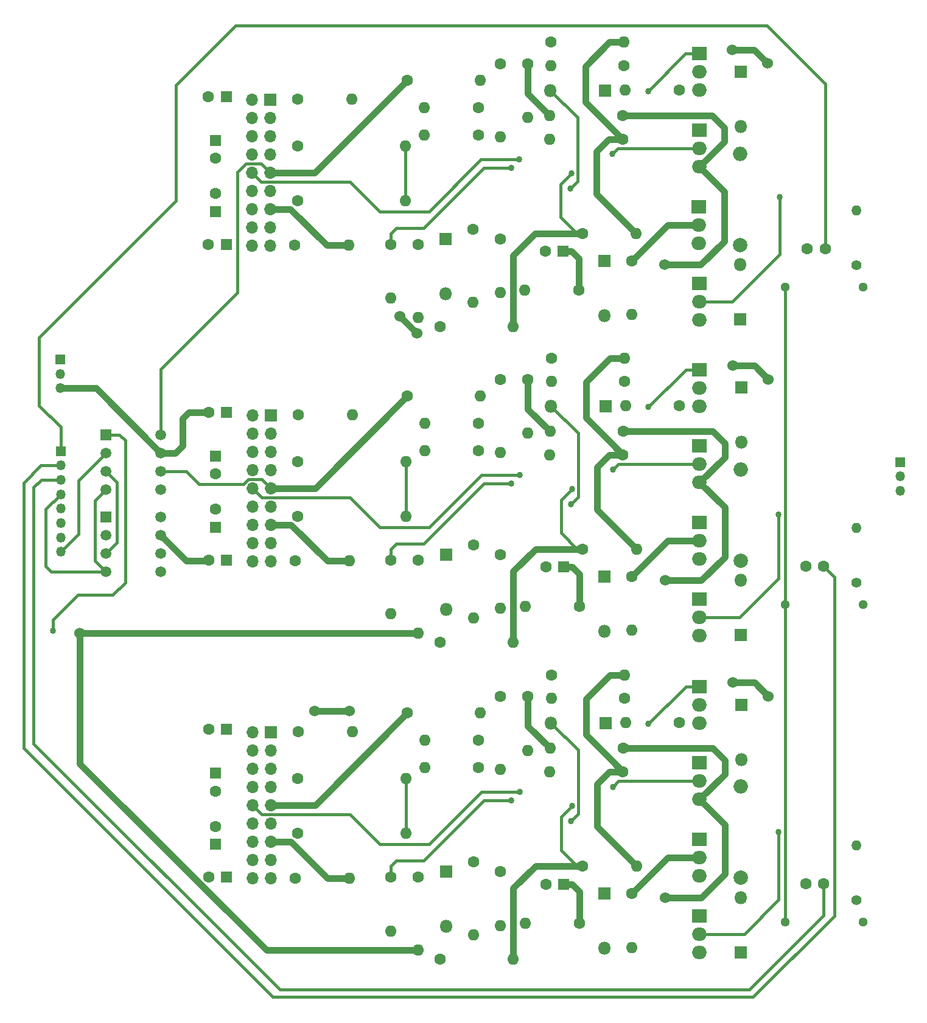
<source format=gbr>
%TF.GenerationSoftware,KiCad,Pcbnew,(5.1.7)-1*%
%TF.CreationDate,2021-02-09T15:47:08-06:00*%
%TF.ProjectId,LED-Driver-Board,4c45442d-4472-4697-9665-722d426f6172,rev?*%
%TF.SameCoordinates,Original*%
%TF.FileFunction,Copper,L2,Bot*%
%TF.FilePolarity,Positive*%
%FSLAX46Y46*%
G04 Gerber Fmt 4.6, Leading zero omitted, Abs format (unit mm)*
G04 Created by KiCad (PCBNEW (5.1.7)-1) date 2021-02-09 15:47:08*
%MOMM*%
%LPD*%
G01*
G04 APERTURE LIST*
%TA.AperFunction,ComponentPad*%
%ADD10C,1.600000*%
%TD*%
%TA.AperFunction,ComponentPad*%
%ADD11O,1.600000X1.600000*%
%TD*%
%TA.AperFunction,ComponentPad*%
%ADD12C,1.498600*%
%TD*%
%TA.AperFunction,ComponentPad*%
%ADD13R,1.498600X1.498600*%
%TD*%
%TA.AperFunction,ComponentPad*%
%ADD14R,2.000000X1.905000*%
%TD*%
%TA.AperFunction,ComponentPad*%
%ADD15O,2.000000X1.905000*%
%TD*%
%TA.AperFunction,ComponentPad*%
%ADD16R,1.600000X1.600000*%
%TD*%
%TA.AperFunction,ComponentPad*%
%ADD17R,1.800000X1.800000*%
%TD*%
%TA.AperFunction,ComponentPad*%
%ADD18O,1.800000X1.800000*%
%TD*%
%TA.AperFunction,ComponentPad*%
%ADD19R,1.700000X1.700000*%
%TD*%
%TA.AperFunction,ComponentPad*%
%ADD20O,1.700000X1.700000*%
%TD*%
%TA.AperFunction,ComponentPad*%
%ADD21C,2.000000*%
%TD*%
%TA.AperFunction,ComponentPad*%
%ADD22O,2.000000X2.000000*%
%TD*%
%TA.AperFunction,ComponentPad*%
%ADD23O,1.400000X1.400000*%
%TD*%
%TA.AperFunction,ComponentPad*%
%ADD24C,1.400000*%
%TD*%
%TA.AperFunction,ComponentPad*%
%ADD25R,1.350000X1.350000*%
%TD*%
%TA.AperFunction,ComponentPad*%
%ADD26O,1.350000X1.350000*%
%TD*%
%TA.AperFunction,ComponentPad*%
%ADD27C,1.295400*%
%TD*%
%TA.AperFunction,ViaPad*%
%ADD28C,1.524000*%
%TD*%
%TA.AperFunction,ViaPad*%
%ADD29C,0.863600*%
%TD*%
%TA.AperFunction,Conductor*%
%ADD30C,0.889000*%
%TD*%
%TA.AperFunction,Conductor*%
%ADD31C,0.431800*%
%TD*%
G04 APERTURE END LIST*
D10*
%TO.P,C8,1*%
%TO.N,N/C*%
X82246000Y-52738000D03*
D11*
%TO.P,C8,2*%
%TO.N,GND*%
X97246000Y-52738000D03*
%TD*%
D10*
%TO.P,C8,1*%
%TO.N,N/C*%
X82316000Y-96688000D03*
D11*
%TO.P,C8,2*%
%TO.N,GND*%
X97316000Y-96688000D03*
%TD*%
D12*
%TO.P,U2,8*%
%TO.N,Net-(U2-Pad8)*%
X63246000Y-104394000D03*
%TO.P,U2,7*%
%TO.N,GND*%
X63246000Y-106934000D03*
%TO.P,U2,6*%
%TO.N,Net-(U2-Pad6)*%
X63246000Y-109474000D03*
%TO.P,U2,5*%
%TO.N,~LDAC*%
X63246000Y-112014000D03*
%TO.P,U2,4*%
%TO.N,SDI*%
X55626000Y-112014000D03*
%TO.P,U2,3*%
%TO.N,SCK*%
X55626000Y-109474000D03*
%TO.P,U2,2*%
%TO.N,~CS2*%
X55626000Y-106934000D03*
D13*
%TO.P,U2,1*%
%TO.N,3.3V*%
X55626000Y-104394000D03*
%TD*%
D14*
%TO.P,U3,1*%
%TO.N,N/C*%
X138178000Y-149290000D03*
D15*
%TO.P,U3,2*%
X138178000Y-151830000D03*
%TO.P,U3,3*%
X138178000Y-154370000D03*
%TD*%
D14*
%TO.P,U4,1*%
%TO.N,N/C*%
X138188000Y-128010000D03*
D15*
%TO.P,U4,2*%
%TO.N,Net-(R3-Pad2)*%
X138188000Y-130550000D03*
%TO.P,U4,3*%
%TO.N,N/C*%
X138188000Y-133090000D03*
%TD*%
D10*
%TO.P,C2,1*%
%TO.N,N/C*%
X114320000Y-129388000D03*
D11*
%TO.P,C2,2*%
X114320000Y-136888000D03*
%TD*%
D10*
%TO.P,R5,1*%
%TO.N,24V*%
X102128000Y-165964000D03*
D11*
%TO.P,R5,2*%
%TO.N,N/C*%
X112288000Y-165964000D03*
%TD*%
D14*
%TO.P,U2,1*%
%TO.N,N/C*%
X138188000Y-159950000D03*
D15*
%TO.P,U2,2*%
%TO.N,24V*%
X138188000Y-162490000D03*
%TO.P,U2,3*%
%TO.N,N/C*%
X138188000Y-165030000D03*
%TD*%
D14*
%TO.P,U5,1*%
%TO.N,N/C*%
X138188000Y-138650000D03*
D15*
%TO.P,U5,2*%
X138188000Y-141190000D03*
%TO.P,U5,3*%
X138188000Y-143730000D03*
%TD*%
D10*
%TO.P,C7,1*%
%TO.N,N/C*%
X107462000Y-135484000D03*
D11*
%TO.P,C7,2*%
%TO.N,GND*%
X99962000Y-135484000D03*
%TD*%
D10*
%TO.P,C13,1*%
%TO.N,N/C*%
X121448000Y-160940000D03*
D11*
%TO.P,C13,2*%
%TO.N,GND*%
X113948000Y-160940000D03*
%TD*%
D10*
%TO.P,C11,1*%
%TO.N,N/C*%
X81954000Y-154670000D03*
D11*
%TO.P,C11,2*%
%TO.N,GND*%
X89454000Y-154670000D03*
%TD*%
D16*
%TO.P,C14,1*%
%TO.N,N/C*%
X70886000Y-140056000D03*
D10*
%TO.P,C14,2*%
%TO.N,GND*%
X70886000Y-142556000D03*
%TD*%
D16*
%TO.P,C15,1*%
%TO.N,N/C*%
X70886000Y-149962000D03*
D10*
%TO.P,C15,2*%
%TO.N,GND*%
X70886000Y-147462000D03*
%TD*%
D16*
%TO.P,C16,1*%
%TO.N,N/C*%
X72410000Y-133960000D03*
D10*
%TO.P,C16,2*%
%TO.N,GND*%
X69910000Y-133960000D03*
%TD*%
D16*
%TO.P,C17,1*%
%TO.N,N/C*%
X72410000Y-154534000D03*
D10*
%TO.P,C17,2*%
%TO.N,GND*%
X69910000Y-154534000D03*
%TD*%
%TO.P,C9,1*%
%TO.N,N/C*%
X82316000Y-148438000D03*
D11*
%TO.P,C9,2*%
%TO.N,GND*%
X97316000Y-148438000D03*
%TD*%
D10*
%TO.P,C1,1*%
%TO.N,N/C*%
X128798000Y-156820000D03*
D11*
%TO.P,C1,2*%
X128798000Y-164320000D03*
%TD*%
D10*
%TO.P,C3,1*%
%TO.N,N/C*%
X121940000Y-153010000D03*
D11*
%TO.P,C3,2*%
%TO.N,GND*%
X129440000Y-153010000D03*
%TD*%
D10*
%TO.P,C8,1*%
%TO.N,N/C*%
X82316000Y-140818000D03*
D11*
%TO.P,C8,2*%
%TO.N,GND*%
X97316000Y-140818000D03*
%TD*%
D10*
%TO.P,C10,1*%
%TO.N,N/C*%
X82384000Y-134330000D03*
D11*
%TO.P,C10,2*%
%TO.N,GND*%
X89884000Y-134330000D03*
%TD*%
D16*
%TO.P,C12,1*%
%TO.N,N/C*%
X119288000Y-155520000D03*
D10*
%TO.P,C12,2*%
%TO.N,GND*%
X116788000Y-155520000D03*
%TD*%
%TO.P,C4,1*%
%TO.N,N/C*%
X110510000Y-153772000D03*
D11*
%TO.P,C4,2*%
%TO.N,GND*%
X110510000Y-161272000D03*
%TD*%
D10*
%TO.P,C5,1*%
%TO.N,N/C*%
X95270000Y-154534000D03*
D11*
%TO.P,C5,2*%
%TO.N,GND*%
X95270000Y-162034000D03*
%TD*%
D10*
%TO.P,C6,1*%
%TO.N,N/C*%
X107462000Y-139294000D03*
D11*
%TO.P,C6,2*%
%TO.N,GND*%
X99962000Y-139294000D03*
%TD*%
D10*
%TO.P,R11,1*%
%TO.N,N/C*%
X97556000Y-131674000D03*
D11*
%TO.P,R11,2*%
X107716000Y-131674000D03*
%TD*%
D10*
%TO.P,R7,1*%
%TO.N,N/C*%
X110510000Y-129388000D03*
D11*
%TO.P,R7,2*%
X110510000Y-139548000D03*
%TD*%
D10*
%TO.P,R9,1*%
%TO.N,Net-(R3-Pad2)*%
X127748000Y-129660000D03*
D11*
%TO.P,R9,2*%
%TO.N,N/C*%
X117588000Y-129660000D03*
%TD*%
D10*
%TO.P,C18,1*%
%TO.N,N/C*%
X135388000Y-133060000D03*
D11*
%TO.P,C18,2*%
X127888000Y-133060000D03*
%TD*%
D17*
%TO.P,D3,1*%
%TO.N,N/C*%
X143928000Y-164990000D03*
D18*
%TO.P,D3,2*%
X143928000Y-157370000D03*
%TD*%
D17*
%TO.P,D2,1*%
%TO.N,N/C*%
X124988000Y-156820000D03*
D18*
%TO.P,D2,2*%
X124988000Y-164440000D03*
%TD*%
D10*
%TO.P,R10,1*%
%TO.N,N/C*%
X117558000Y-126400000D03*
D11*
%TO.P,R10,2*%
%TO.N,GND*%
X127718000Y-126400000D03*
%TD*%
D17*
%TO.P,D4,1*%
%TO.N,Net-(R3-Pad2)*%
X143968000Y-130530000D03*
D18*
%TO.P,D4,2*%
%TO.N,N/C*%
X143968000Y-138150000D03*
%TD*%
D17*
%TO.P,D1,1*%
%TO.N,N/C*%
X102908000Y-153772000D03*
D18*
%TO.P,D1,2*%
%TO.N,GND*%
X102908000Y-161392000D03*
%TD*%
D17*
%TO.P,D5,1*%
%TO.N,N/C*%
X125138000Y-133100000D03*
D18*
%TO.P,D5,2*%
X117518000Y-133100000D03*
%TD*%
D19*
%TO.P,HDR1,1*%
%TO.N,N/C*%
X78564000Y-134370000D03*
D20*
%TO.P,HDR1,2*%
X76024000Y-134370000D03*
%TO.P,HDR1,3*%
X78564000Y-136910000D03*
%TO.P,HDR1,4*%
X76024000Y-136910000D03*
%TO.P,HDR1,5*%
%TO.N,GND*%
X78564000Y-139450000D03*
%TO.P,HDR1,6*%
X76024000Y-139450000D03*
%TO.P,HDR1,7*%
X78564000Y-141990000D03*
%TO.P,HDR1,8*%
X76024000Y-141990000D03*
%TO.P,HDR1,9*%
%TO.N,Net-(U2-Pad8)*%
X78564000Y-144530000D03*
%TO.P,HDR1,10*%
%TO.N,N/C*%
X76024000Y-144530000D03*
%TO.P,HDR1,11*%
%TO.N,GND*%
X78564000Y-147070000D03*
%TO.P,HDR1,12*%
X76024000Y-147070000D03*
%TO.P,HDR1,13*%
X78564000Y-149610000D03*
%TO.P,HDR1,14*%
X76024000Y-149610000D03*
%TO.P,HDR1,15*%
%TO.N,N/C*%
X78564000Y-152150000D03*
%TO.P,HDR1,16*%
X76024000Y-152150000D03*
%TO.P,HDR1,17*%
X78564000Y-154690000D03*
%TO.P,HDR1,18*%
X76024000Y-154690000D03*
%TD*%
D21*
%TO.P,L1,1*%
%TO.N,N/C*%
X143928000Y-154600000D03*
D22*
%TO.P,L1,2*%
X143928000Y-141900000D03*
%TD*%
D10*
%TO.P,R1,1*%
%TO.N,N/C*%
X99080000Y-154534000D03*
D11*
%TO.P,R1,2*%
%TO.N,24V*%
X99080000Y-164694000D03*
%TD*%
D10*
%TO.P,R2,1*%
%TO.N,N/C*%
X106758000Y-152414000D03*
D11*
%TO.P,R2,2*%
%TO.N,GND*%
X106758000Y-162574000D03*
%TD*%
D10*
%TO.P,R4,1*%
%TO.N,GND*%
X127518000Y-139890000D03*
D11*
%TO.P,R4,2*%
%TO.N,N/C*%
X117358000Y-139890000D03*
%TD*%
D10*
%TO.P,R3,1*%
%TO.N,N/C*%
X127548000Y-136620000D03*
D11*
%TO.P,R3,2*%
X117388000Y-136620000D03*
%TD*%
D14*
%TO.P,U3,1*%
%TO.N,N/C*%
X138178000Y-105160000D03*
D15*
%TO.P,U3,2*%
X138178000Y-107700000D03*
%TO.P,U3,3*%
X138178000Y-110240000D03*
%TD*%
D14*
%TO.P,U4,1*%
%TO.N,N/C*%
X138188000Y-83880000D03*
D15*
%TO.P,U4,2*%
%TO.N,Net-(R2-Pad2)*%
X138188000Y-86420000D03*
%TO.P,U4,3*%
%TO.N,N/C*%
X138188000Y-88960000D03*
%TD*%
D10*
%TO.P,C2,1*%
%TO.N,N/C*%
X114320000Y-85258000D03*
D11*
%TO.P,C2,2*%
X114320000Y-92758000D03*
%TD*%
D10*
%TO.P,R5,1*%
%TO.N,24V*%
X102128000Y-121834000D03*
D11*
%TO.P,R5,2*%
%TO.N,N/C*%
X112288000Y-121834000D03*
%TD*%
D14*
%TO.P,U2,1*%
%TO.N,N/C*%
X138188000Y-115820000D03*
D15*
%TO.P,U2,2*%
%TO.N,24V*%
X138188000Y-118360000D03*
%TO.P,U2,3*%
%TO.N,N/C*%
X138188000Y-120900000D03*
%TD*%
D14*
%TO.P,U5,1*%
%TO.N,N/C*%
X138188000Y-94520000D03*
D15*
%TO.P,U5,2*%
X138188000Y-97060000D03*
%TO.P,U5,3*%
X138188000Y-99600000D03*
%TD*%
D10*
%TO.P,C7,1*%
%TO.N,N/C*%
X107462000Y-91354000D03*
D11*
%TO.P,C7,2*%
%TO.N,GND*%
X99962000Y-91354000D03*
%TD*%
D10*
%TO.P,C13,1*%
%TO.N,N/C*%
X121448000Y-116810000D03*
D11*
%TO.P,C13,2*%
%TO.N,GND*%
X113948000Y-116810000D03*
%TD*%
D10*
%TO.P,C11,1*%
%TO.N,N/C*%
X81954000Y-110540000D03*
D11*
%TO.P,C11,2*%
%TO.N,GND*%
X89454000Y-110540000D03*
%TD*%
D16*
%TO.P,C14,1*%
%TO.N,N/C*%
X70886000Y-95926000D03*
D10*
%TO.P,C14,2*%
%TO.N,GND*%
X70886000Y-98426000D03*
%TD*%
D16*
%TO.P,C15,1*%
%TO.N,N/C*%
X70886000Y-105832000D03*
D10*
%TO.P,C15,2*%
%TO.N,GND*%
X70886000Y-103332000D03*
%TD*%
D16*
%TO.P,C16,1*%
%TO.N,N/C*%
X72410000Y-89830000D03*
D10*
%TO.P,C16,2*%
%TO.N,GND*%
X69910000Y-89830000D03*
%TD*%
D16*
%TO.P,C17,1*%
%TO.N,N/C*%
X72410000Y-110404000D03*
D10*
%TO.P,C17,2*%
%TO.N,GND*%
X69910000Y-110404000D03*
%TD*%
%TO.P,C9,1*%
%TO.N,N/C*%
X82316000Y-104308000D03*
D11*
%TO.P,C9,2*%
%TO.N,GND*%
X97316000Y-104308000D03*
%TD*%
D10*
%TO.P,C1,1*%
%TO.N,N/C*%
X128798000Y-112690000D03*
D11*
%TO.P,C1,2*%
X128798000Y-120190000D03*
%TD*%
D10*
%TO.P,C3,1*%
%TO.N,N/C*%
X121940000Y-108880000D03*
D11*
%TO.P,C3,2*%
%TO.N,GND*%
X129440000Y-108880000D03*
%TD*%
D10*
%TO.P,C10,1*%
%TO.N,N/C*%
X82384000Y-90200000D03*
D11*
%TO.P,C10,2*%
%TO.N,GND*%
X89884000Y-90200000D03*
%TD*%
D16*
%TO.P,C12,1*%
%TO.N,N/C*%
X119288000Y-111390000D03*
D10*
%TO.P,C12,2*%
%TO.N,GND*%
X116788000Y-111390000D03*
%TD*%
%TO.P,C4,1*%
%TO.N,N/C*%
X110510000Y-109642000D03*
D11*
%TO.P,C4,2*%
%TO.N,GND*%
X110510000Y-117142000D03*
%TD*%
D10*
%TO.P,C5,1*%
%TO.N,N/C*%
X95270000Y-110404000D03*
D11*
%TO.P,C5,2*%
%TO.N,GND*%
X95270000Y-117904000D03*
%TD*%
D10*
%TO.P,C6,1*%
%TO.N,N/C*%
X107462000Y-95164000D03*
D11*
%TO.P,C6,2*%
%TO.N,GND*%
X99962000Y-95164000D03*
%TD*%
D10*
%TO.P,R11,1*%
%TO.N,Net-(U1-Pad6)*%
X97556000Y-87544000D03*
D11*
%TO.P,R11,2*%
%TO.N,N/C*%
X107716000Y-87544000D03*
%TD*%
D10*
%TO.P,R7,1*%
%TO.N,N/C*%
X110510000Y-85258000D03*
D11*
%TO.P,R7,2*%
X110510000Y-95418000D03*
%TD*%
D10*
%TO.P,R9,1*%
%TO.N,Net-(R2-Pad2)*%
X127748000Y-85530000D03*
D11*
%TO.P,R9,2*%
%TO.N,N/C*%
X117588000Y-85530000D03*
%TD*%
D10*
%TO.P,C18,1*%
%TO.N,N/C*%
X135388000Y-88930000D03*
D11*
%TO.P,C18,2*%
X127888000Y-88930000D03*
%TD*%
D17*
%TO.P,D3,1*%
%TO.N,N/C*%
X143928000Y-120860000D03*
D18*
%TO.P,D3,2*%
X143928000Y-113240000D03*
%TD*%
D17*
%TO.P,D2,1*%
%TO.N,N/C*%
X124988000Y-112690000D03*
D18*
%TO.P,D2,2*%
X124988000Y-120310000D03*
%TD*%
D10*
%TO.P,R10,1*%
%TO.N,N/C*%
X117558000Y-82270000D03*
D11*
%TO.P,R10,2*%
%TO.N,GND*%
X127718000Y-82270000D03*
%TD*%
D17*
%TO.P,D4,1*%
%TO.N,Net-(R2-Pad2)*%
X143968000Y-86400000D03*
D18*
%TO.P,D4,2*%
%TO.N,N/C*%
X143968000Y-94020000D03*
%TD*%
D17*
%TO.P,D1,1*%
%TO.N,N/C*%
X102908000Y-109642000D03*
D18*
%TO.P,D1,2*%
%TO.N,GND*%
X102908000Y-117262000D03*
%TD*%
D17*
%TO.P,D5,1*%
%TO.N,N/C*%
X125138000Y-88970000D03*
D18*
%TO.P,D5,2*%
X117518000Y-88970000D03*
%TD*%
D19*
%TO.P,HDR1,1*%
%TO.N,N/C*%
X78564000Y-90240000D03*
D20*
%TO.P,HDR1,2*%
X76024000Y-90240000D03*
%TO.P,HDR1,3*%
X78564000Y-92780000D03*
%TO.P,HDR1,4*%
X76024000Y-92780000D03*
%TO.P,HDR1,5*%
%TO.N,GND*%
X78564000Y-95320000D03*
%TO.P,HDR1,6*%
X76024000Y-95320000D03*
%TO.P,HDR1,7*%
X78564000Y-97860000D03*
%TO.P,HDR1,8*%
X76024000Y-97860000D03*
%TO.P,HDR1,9*%
%TO.N,Net-(U1-Pad6)*%
X78564000Y-100400000D03*
%TO.P,HDR1,10*%
%TO.N,N/C*%
X76024000Y-100400000D03*
%TO.P,HDR1,11*%
%TO.N,GND*%
X78564000Y-102940000D03*
%TO.P,HDR1,12*%
X76024000Y-102940000D03*
%TO.P,HDR1,13*%
X78564000Y-105480000D03*
%TO.P,HDR1,14*%
X76024000Y-105480000D03*
%TO.P,HDR1,15*%
%TO.N,N/C*%
X78564000Y-108020000D03*
%TO.P,HDR1,16*%
X76024000Y-108020000D03*
%TO.P,HDR1,17*%
X78564000Y-110560000D03*
%TO.P,HDR1,18*%
X76024000Y-110560000D03*
%TD*%
D21*
%TO.P,L1,1*%
%TO.N,N/C*%
X143928000Y-110470000D03*
D22*
%TO.P,L1,2*%
X143928000Y-97770000D03*
%TD*%
D10*
%TO.P,R1,1*%
%TO.N,N/C*%
X99080000Y-110404000D03*
D11*
%TO.P,R1,2*%
%TO.N,24V*%
X99080000Y-120564000D03*
%TD*%
D10*
%TO.P,R2,1*%
%TO.N,N/C*%
X106758000Y-108284000D03*
D11*
%TO.P,R2,2*%
%TO.N,GND*%
X106758000Y-118444000D03*
%TD*%
D10*
%TO.P,R4,1*%
%TO.N,GND*%
X127518000Y-95760000D03*
D11*
%TO.P,R4,2*%
%TO.N,N/C*%
X117358000Y-95760000D03*
%TD*%
D10*
%TO.P,R3,1*%
%TO.N,N/C*%
X127548000Y-92490000D03*
D11*
%TO.P,R3,2*%
X117388000Y-92490000D03*
%TD*%
D14*
%TO.P,U3,1*%
%TO.N,N/C*%
X138108000Y-61210000D03*
D15*
%TO.P,U3,2*%
X138108000Y-63750000D03*
%TO.P,U3,3*%
X138108000Y-66290000D03*
%TD*%
D14*
%TO.P,U4,1*%
%TO.N,N/C*%
X138118000Y-39930000D03*
D15*
%TO.P,U4,2*%
%TO.N,Net-(R1-Pad2)*%
X138118000Y-42470000D03*
%TO.P,U4,3*%
%TO.N,N/C*%
X138118000Y-45010000D03*
%TD*%
D10*
%TO.P,C2,1*%
%TO.N,N/C*%
X114250000Y-41308000D03*
D11*
%TO.P,C2,2*%
X114250000Y-48808000D03*
%TD*%
D10*
%TO.P,R5,1*%
%TO.N,24V*%
X102058000Y-77884000D03*
D11*
%TO.P,R5,2*%
%TO.N,N/C*%
X112218000Y-77884000D03*
%TD*%
D14*
%TO.P,U2,1*%
%TO.N,N/C*%
X138118000Y-71870000D03*
D15*
%TO.P,U2,2*%
%TO.N,24V*%
X138118000Y-74410000D03*
%TO.P,U2,3*%
%TO.N,N/C*%
X138118000Y-76950000D03*
%TD*%
D14*
%TO.P,U5,1*%
%TO.N,N/C*%
X138118000Y-50570000D03*
D15*
%TO.P,U5,2*%
X138118000Y-53110000D03*
%TO.P,U5,3*%
X138118000Y-55650000D03*
%TD*%
D10*
%TO.P,C7,1*%
%TO.N,N/C*%
X107392000Y-47404000D03*
D11*
%TO.P,C7,2*%
%TO.N,GND*%
X99892000Y-47404000D03*
%TD*%
D10*
%TO.P,C13,1*%
%TO.N,N/C*%
X121378000Y-72860000D03*
D11*
%TO.P,C13,2*%
%TO.N,GND*%
X113878000Y-72860000D03*
%TD*%
D10*
%TO.P,C11,1*%
%TO.N,N/C*%
X81884000Y-66590000D03*
D11*
%TO.P,C11,2*%
%TO.N,GND*%
X89384000Y-66590000D03*
%TD*%
D16*
%TO.P,C14,1*%
%TO.N,N/C*%
X70816000Y-51976000D03*
D10*
%TO.P,C14,2*%
%TO.N,GND*%
X70816000Y-54476000D03*
%TD*%
D16*
%TO.P,C15,1*%
%TO.N,N/C*%
X70816000Y-61882000D03*
D10*
%TO.P,C15,2*%
%TO.N,GND*%
X70816000Y-59382000D03*
%TD*%
D16*
%TO.P,C16,1*%
%TO.N,N/C*%
X72340000Y-45880000D03*
D10*
%TO.P,C16,2*%
%TO.N,GND*%
X69840000Y-45880000D03*
%TD*%
D16*
%TO.P,C17,1*%
%TO.N,N/C*%
X72340000Y-66454000D03*
D10*
%TO.P,C17,2*%
%TO.N,GND*%
X69840000Y-66454000D03*
%TD*%
%TO.P,C9,1*%
%TO.N,N/C*%
X82246000Y-60358000D03*
D11*
%TO.P,C9,2*%
%TO.N,GND*%
X97246000Y-60358000D03*
%TD*%
D10*
%TO.P,C1,1*%
%TO.N,N/C*%
X128728000Y-68740000D03*
D11*
%TO.P,C1,2*%
X128728000Y-76240000D03*
%TD*%
D10*
%TO.P,C3,1*%
%TO.N,N/C*%
X121870000Y-64930000D03*
D11*
%TO.P,C3,2*%
%TO.N,GND*%
X129370000Y-64930000D03*
%TD*%
D10*
%TO.P,C10,1*%
%TO.N,N/C*%
X82314000Y-46250000D03*
D11*
%TO.P,C10,2*%
%TO.N,GND*%
X89814000Y-46250000D03*
%TD*%
D16*
%TO.P,C12,1*%
%TO.N,N/C*%
X119218000Y-67440000D03*
D10*
%TO.P,C12,2*%
%TO.N,GND*%
X116718000Y-67440000D03*
%TD*%
%TO.P,C4,1*%
%TO.N,N/C*%
X110440000Y-65692000D03*
D11*
%TO.P,C4,2*%
%TO.N,GND*%
X110440000Y-73192000D03*
%TD*%
D10*
%TO.P,C5,1*%
%TO.N,N/C*%
X95200000Y-66454000D03*
D11*
%TO.P,C5,2*%
%TO.N,GND*%
X95200000Y-73954000D03*
%TD*%
D10*
%TO.P,C6,1*%
%TO.N,N/C*%
X107392000Y-51214000D03*
D11*
%TO.P,C6,2*%
%TO.N,GND*%
X99892000Y-51214000D03*
%TD*%
D10*
%TO.P,R11,1*%
%TO.N,Net-(U1-Pad8)*%
X97486000Y-43594000D03*
D11*
%TO.P,R11,2*%
%TO.N,N/C*%
X107646000Y-43594000D03*
%TD*%
D10*
%TO.P,R7,1*%
%TO.N,N/C*%
X110440000Y-41308000D03*
D11*
%TO.P,R7,2*%
X110440000Y-51468000D03*
%TD*%
D10*
%TO.P,R9,1*%
%TO.N,Net-(R1-Pad2)*%
X127678000Y-41580000D03*
D11*
%TO.P,R9,2*%
%TO.N,N/C*%
X117518000Y-41580000D03*
%TD*%
D10*
%TO.P,C18,1*%
%TO.N,N/C*%
X135318000Y-44980000D03*
D11*
%TO.P,C18,2*%
X127818000Y-44980000D03*
%TD*%
D17*
%TO.P,D3,1*%
%TO.N,N/C*%
X143858000Y-76910000D03*
D18*
%TO.P,D3,2*%
X143858000Y-69290000D03*
%TD*%
D17*
%TO.P,D2,1*%
%TO.N,N/C*%
X124918000Y-68740000D03*
D18*
%TO.P,D2,2*%
X124918000Y-76360000D03*
%TD*%
D10*
%TO.P,R10,1*%
%TO.N,N/C*%
X117488000Y-38320000D03*
D11*
%TO.P,R10,2*%
%TO.N,GND*%
X127648000Y-38320000D03*
%TD*%
D17*
%TO.P,D4,1*%
%TO.N,Net-(R1-Pad2)*%
X143898000Y-42450000D03*
D18*
%TO.P,D4,2*%
%TO.N,N/C*%
X143898000Y-50070000D03*
%TD*%
D17*
%TO.P,D1,1*%
%TO.N,N/C*%
X102838000Y-65692000D03*
D18*
%TO.P,D1,2*%
%TO.N,GND*%
X102838000Y-73312000D03*
%TD*%
D17*
%TO.P,D5,1*%
%TO.N,N/C*%
X125068000Y-45020000D03*
D18*
%TO.P,D5,2*%
X117448000Y-45020000D03*
%TD*%
D19*
%TO.P,HDR1,1*%
%TO.N,N/C*%
X78494000Y-46290000D03*
D20*
%TO.P,HDR1,2*%
X75954000Y-46290000D03*
%TO.P,HDR1,3*%
X78494000Y-48830000D03*
%TO.P,HDR1,4*%
X75954000Y-48830000D03*
%TO.P,HDR1,5*%
%TO.N,GND*%
X78494000Y-51370000D03*
%TO.P,HDR1,6*%
X75954000Y-51370000D03*
%TO.P,HDR1,7*%
X78494000Y-53910000D03*
%TO.P,HDR1,8*%
X75954000Y-53910000D03*
%TO.P,HDR1,9*%
%TO.N,Net-(U1-Pad8)*%
X78494000Y-56450000D03*
%TO.P,HDR1,10*%
%TO.N,N/C*%
X75954000Y-56450000D03*
%TO.P,HDR1,11*%
%TO.N,GND*%
X78494000Y-58990000D03*
%TO.P,HDR1,12*%
X75954000Y-58990000D03*
%TO.P,HDR1,13*%
X78494000Y-61530000D03*
%TO.P,HDR1,14*%
X75954000Y-61530000D03*
%TO.P,HDR1,15*%
%TO.N,N/C*%
X78494000Y-64070000D03*
%TO.P,HDR1,16*%
X75954000Y-64070000D03*
%TO.P,HDR1,17*%
X78494000Y-66610000D03*
%TO.P,HDR1,18*%
X75954000Y-66610000D03*
%TD*%
D21*
%TO.P,L1,1*%
%TO.N,N/C*%
X143858000Y-66520000D03*
D22*
%TO.P,L1,2*%
X143858000Y-53820000D03*
%TD*%
D10*
%TO.P,R1,1*%
%TO.N,N/C*%
X99010000Y-66454000D03*
D11*
%TO.P,R1,2*%
%TO.N,24V*%
X99010000Y-76614000D03*
%TD*%
D10*
%TO.P,R2,1*%
%TO.N,N/C*%
X106688000Y-64334000D03*
D11*
%TO.P,R2,2*%
%TO.N,GND*%
X106688000Y-74494000D03*
%TD*%
D10*
%TO.P,R4,1*%
%TO.N,GND*%
X127448000Y-51810000D03*
D11*
%TO.P,R4,2*%
%TO.N,N/C*%
X117288000Y-51810000D03*
%TD*%
D10*
%TO.P,R3,1*%
%TO.N,N/C*%
X127478000Y-48540000D03*
D11*
%TO.P,R3,2*%
X117318000Y-48540000D03*
%TD*%
D12*
%TO.P,U1,8*%
%TO.N,Net-(U1-Pad8)*%
X63246000Y-92964000D03*
%TO.P,U1,7*%
%TO.N,GND*%
X63246000Y-95504000D03*
%TO.P,U1,6*%
%TO.N,Net-(U1-Pad6)*%
X63246000Y-98044000D03*
%TO.P,U1,5*%
%TO.N,~LDAC*%
X63246000Y-100584000D03*
%TO.P,U1,4*%
%TO.N,SDI*%
X55626000Y-100584000D03*
%TO.P,U1,3*%
%TO.N,SCK*%
X55626000Y-98044000D03*
%TO.P,U1,2*%
%TO.N,~CS1*%
X55626000Y-95504000D03*
D13*
%TO.P,U1,1*%
%TO.N,3.3V*%
X55626000Y-92964000D03*
%TD*%
D23*
%TO.P,R6,2*%
%TO.N,Net-(R6-Pad2)*%
X160020000Y-150114000D03*
D24*
%TO.P,R6,1*%
%TO.N,Out_Blue*%
X160020000Y-157734000D03*
%TD*%
D23*
%TO.P,R5,2*%
%TO.N,Net-(R5-Pad2)*%
X160020000Y-105918000D03*
D24*
%TO.P,R5,1*%
%TO.N,Out_Green*%
X160020000Y-113538000D03*
%TD*%
D23*
%TO.P,R4,2*%
%TO.N,Net-(R4-Pad2)*%
X160020000Y-61722000D03*
D24*
%TO.P,R4,1*%
%TO.N,Out_Red*%
X160020000Y-69342000D03*
%TD*%
D25*
%TO.P,J3,1*%
%TO.N,Net-(J3-Pad1)*%
X166116000Y-96774000D03*
D26*
%TO.P,J3,2*%
%TO.N,Net-(J3-Pad2)*%
X166116000Y-98774000D03*
%TO.P,J3,3*%
%TO.N,Net-(J3-Pad3)*%
X166116000Y-100774000D03*
%TD*%
%TO.P,J2,3*%
%TO.N,GND*%
X49228000Y-86478000D03*
%TO.P,J2,2*%
%TO.N,3.3V*%
X49228000Y-84478000D03*
D25*
%TO.P,J2,1*%
%TO.N,24V*%
X49228000Y-82478000D03*
%TD*%
%TO.P,J1,1*%
%TO.N,Out_Red*%
X49308000Y-95250000D03*
D26*
%TO.P,J1,2*%
%TO.N,Out_Green*%
X49308000Y-97250000D03*
%TO.P,J1,3*%
%TO.N,Out_Blue*%
X49308000Y-99250000D03*
%TO.P,J1,4*%
%TO.N,SDI*%
X49308000Y-101250000D03*
%TO.P,J1,5*%
%TO.N,SCK*%
X49308000Y-103250000D03*
%TO.P,J1,6*%
%TO.N,~LDAC*%
X49308000Y-105250000D03*
%TO.P,J1,7*%
%TO.N,~CS2*%
X49308000Y-107250000D03*
%TO.P,J1,8*%
%TO.N,~CS1*%
X49308000Y-109250000D03*
%TD*%
D27*
%TO.P,D3,2*%
%TO.N,Out_Blue*%
X160970001Y-160782000D03*
%TO.P,D3,1*%
%TO.N,3.3V*%
X150114000Y-160782000D03*
%TD*%
%TO.P,D2,2*%
%TO.N,Out_Green*%
X160970001Y-116586000D03*
%TO.P,D2,1*%
%TO.N,3.3V*%
X150114000Y-116586000D03*
%TD*%
%TO.P,D1,2*%
%TO.N,Out_Red*%
X160970001Y-72390000D03*
%TO.P,D1,1*%
%TO.N,3.3V*%
X150114000Y-72390000D03*
%TD*%
D10*
%TO.P,C3,2*%
%TO.N,GND*%
X152948000Y-155448000D03*
%TO.P,C3,1*%
%TO.N,Out_Blue*%
X155448000Y-155448000D03*
%TD*%
%TO.P,C2,2*%
%TO.N,GND*%
X152948000Y-111252000D03*
%TO.P,C2,1*%
%TO.N,Out_Green*%
X155448000Y-111252000D03*
%TD*%
%TO.P,C1,2*%
%TO.N,GND*%
X153162000Y-67056000D03*
%TO.P,C1,1*%
%TO.N,Out_Red*%
X155662000Y-67056000D03*
%TD*%
D28*
%TO.N,GND*%
X96518000Y-76490000D03*
X98878000Y-78850000D03*
D29*
%TO.N,*%
X120372400Y-56574400D03*
X111964000Y-55786000D03*
X120231649Y-58643649D03*
X126038000Y-53890000D03*
D28*
X133308000Y-69290000D03*
D29*
X113126320Y-54623680D03*
X131014000Y-45118000D03*
X120442400Y-100524400D03*
X112034000Y-99736000D03*
X120301649Y-102593649D03*
X126108000Y-97840000D03*
D28*
X133378000Y-113240000D03*
D29*
X113196320Y-98573680D03*
X131084000Y-89068000D03*
D28*
%TO.N,GND*%
X89488000Y-131390000D03*
X84628000Y-131390000D03*
D29*
%TO.N,*%
X120442400Y-144654400D03*
X112034000Y-143866000D03*
X120301649Y-146723649D03*
X126108000Y-141970000D03*
D28*
X133378000Y-157370000D03*
D29*
X113196320Y-142703680D03*
X131084000Y-133198000D03*
D28*
%TO.N,GND*%
X142818000Y-127450000D03*
X147747010Y-129359010D03*
X142748000Y-39370000D03*
X147677010Y-41279010D03*
X142818000Y-83320000D03*
X147747010Y-85229010D03*
D29*
%TO.N,3.3V*%
X48220000Y-120200000D03*
%TO.N,24V*%
X149352000Y-59882000D03*
X149150000Y-104080000D03*
X149180000Y-148260000D03*
D28*
X51984000Y-120564000D03*
%TD*%
D30*
%TO.N,*%
X128728000Y-68740000D02*
X133718000Y-63750000D01*
X133718000Y-63750000D02*
X138108000Y-63750000D01*
X114250000Y-45472000D02*
X114250000Y-41308000D01*
X117318000Y-48540000D02*
X114250000Y-45472000D01*
D31*
%TO.N,GND*%
X97246000Y-52738000D02*
X97246000Y-60358000D01*
D30*
X98878000Y-78850000D02*
X98878000Y-78850000D01*
X86340138Y-66590000D02*
X89384000Y-66590000D01*
X127448000Y-51810000D02*
X126033499Y-50395499D01*
X96518000Y-76490000D02*
X98878000Y-78850000D01*
X81280138Y-61530000D02*
X86340138Y-66590000D01*
X78494000Y-61530000D02*
X81280138Y-61530000D01*
X126033499Y-50395499D02*
X126023499Y-50395499D01*
X123858000Y-53520000D02*
X123858000Y-59418000D01*
X122298000Y-46670000D02*
X122298000Y-41650000D01*
X125568000Y-51810000D02*
X123858000Y-53520000D01*
X125628000Y-38320000D02*
X127648000Y-38320000D01*
X123858000Y-59418000D02*
X129370000Y-64930000D01*
X122298000Y-41650000D02*
X125628000Y-38320000D01*
X127448000Y-51810000D02*
X125568000Y-51810000D01*
X126023499Y-50395499D02*
X122298000Y-46670000D01*
D31*
%TO.N,*%
X118874800Y-58072000D02*
X118874800Y-62696800D01*
X120372400Y-56574400D02*
X118874800Y-58072000D01*
X121108000Y-64930000D02*
X121870000Y-64930000D01*
X118874800Y-62696800D02*
X121108000Y-64930000D01*
D30*
X121870000Y-64930000D02*
X115278000Y-64930000D01*
X112218000Y-67990000D02*
X112218000Y-77884000D01*
X115278000Y-64930000D02*
X112218000Y-67990000D01*
D31*
X99772000Y-64168000D02*
X95962000Y-64168000D01*
X108154000Y-55786000D02*
X99772000Y-64168000D01*
X95962000Y-64168000D02*
X95200000Y-64930000D01*
X111964000Y-55786000D02*
X108154000Y-55786000D01*
X95200000Y-64930000D02*
X95200000Y-66454000D01*
X121220101Y-57655197D02*
X121220101Y-48792101D01*
D30*
X120368000Y-67440000D02*
X121378000Y-68450000D01*
X121378000Y-68450000D02*
X121378000Y-72860000D01*
D31*
X121220101Y-48792101D02*
X117448000Y-45020000D01*
X120231649Y-58643649D02*
X121220101Y-57655197D01*
D30*
X119218000Y-67440000D02*
X120368000Y-67440000D01*
D31*
X138118000Y-53110000D02*
X126818000Y-53110000D01*
X126818000Y-53110000D02*
X126038000Y-53890000D01*
D30*
X141598000Y-50220000D02*
X141598000Y-52170000D01*
X141598000Y-66050000D02*
X141598000Y-59130000D01*
X139918000Y-48540000D02*
X141598000Y-50220000D01*
X141598000Y-52170000D02*
X138118000Y-55650000D01*
X138358000Y-69290000D02*
X141598000Y-66050000D01*
X141598000Y-59130000D02*
X138118000Y-55650000D01*
X133308000Y-69290000D02*
X138358000Y-69290000D01*
X127478000Y-48540000D02*
X139918000Y-48540000D01*
D31*
X77228099Y-57724099D02*
X75954000Y-56450000D01*
X107792320Y-54623680D02*
X100534000Y-61882000D01*
X93676000Y-61882000D02*
X89518099Y-57724099D01*
X89518099Y-57724099D02*
X77228099Y-57724099D01*
X100534000Y-61882000D02*
X93676000Y-61882000D01*
X113126320Y-54623680D02*
X107792320Y-54623680D01*
D30*
%TO.N,Net-(U1-Pad8)*%
X84630000Y-56450000D02*
X97486000Y-43594000D01*
X78494000Y-56450000D02*
X84630000Y-56450000D01*
D31*
%TO.N,*%
X138118000Y-39930000D02*
X136202000Y-39930000D01*
X136202000Y-39930000D02*
X131014000Y-45118000D01*
D30*
X128798000Y-112690000D02*
X133788000Y-107700000D01*
X133788000Y-107700000D02*
X138178000Y-107700000D01*
X114320000Y-89422000D02*
X114320000Y-85258000D01*
X117388000Y-92490000D02*
X114320000Y-89422000D01*
D31*
%TO.N,GND*%
X97316000Y-96688000D02*
X97316000Y-104308000D01*
D30*
X86410138Y-110540000D02*
X89454000Y-110540000D01*
X127518000Y-95760000D02*
X126103499Y-94345499D01*
X81350138Y-105480000D02*
X86410138Y-110540000D01*
X78564000Y-105480000D02*
X81350138Y-105480000D01*
X126103499Y-94345499D02*
X126093499Y-94345499D01*
X123928000Y-97470000D02*
X123928000Y-103368000D01*
X122368000Y-90620000D02*
X122368000Y-85600000D01*
X125638000Y-95760000D02*
X123928000Y-97470000D01*
X125698000Y-82270000D02*
X127718000Y-82270000D01*
X123928000Y-103368000D02*
X129440000Y-108880000D01*
X122368000Y-85600000D02*
X125698000Y-82270000D01*
X127518000Y-95760000D02*
X125638000Y-95760000D01*
X126093499Y-94345499D02*
X122368000Y-90620000D01*
D31*
%TO.N,*%
X118944800Y-102022000D02*
X118944800Y-106646800D01*
X120442400Y-100524400D02*
X118944800Y-102022000D01*
X121178000Y-108880000D02*
X121940000Y-108880000D01*
X118944800Y-106646800D02*
X121178000Y-108880000D01*
D30*
X121940000Y-108880000D02*
X115348000Y-108880000D01*
X112288000Y-111940000D02*
X112288000Y-121834000D01*
X115348000Y-108880000D02*
X112288000Y-111940000D01*
D31*
X99842000Y-108118000D02*
X96032000Y-108118000D01*
X108224000Y-99736000D02*
X99842000Y-108118000D01*
X96032000Y-108118000D02*
X95270000Y-108880000D01*
X112034000Y-99736000D02*
X108224000Y-99736000D01*
X95270000Y-108880000D02*
X95270000Y-110404000D01*
X121290101Y-101605197D02*
X121290101Y-92742101D01*
D30*
X120438000Y-111390000D02*
X121448000Y-112400000D01*
X121448000Y-112400000D02*
X121448000Y-116810000D01*
D31*
X121290101Y-92742101D02*
X117518000Y-88970000D01*
X120301649Y-102593649D02*
X121290101Y-101605197D01*
D30*
X119288000Y-111390000D02*
X120438000Y-111390000D01*
D31*
X138188000Y-97060000D02*
X126888000Y-97060000D01*
X126888000Y-97060000D02*
X126108000Y-97840000D01*
D30*
X141668000Y-94170000D02*
X141668000Y-96120000D01*
X141668000Y-110000000D02*
X141668000Y-103080000D01*
X139988000Y-92490000D02*
X141668000Y-94170000D01*
X141668000Y-96120000D02*
X138188000Y-99600000D01*
X138428000Y-113240000D02*
X141668000Y-110000000D01*
X141668000Y-103080000D02*
X138188000Y-99600000D01*
X133378000Y-113240000D02*
X138428000Y-113240000D01*
X127548000Y-92490000D02*
X139988000Y-92490000D01*
D31*
X77298099Y-101674099D02*
X76024000Y-100400000D01*
X107862320Y-98573680D02*
X100604000Y-105832000D01*
X93746000Y-105832000D02*
X89588099Y-101674099D01*
X89588099Y-101674099D02*
X77298099Y-101674099D01*
X100604000Y-105832000D02*
X93746000Y-105832000D01*
X113196320Y-98573680D02*
X107862320Y-98573680D01*
D30*
%TO.N,Net-(U1-Pad6)*%
X84700000Y-100400000D02*
X97556000Y-87544000D01*
X78564000Y-100400000D02*
X84700000Y-100400000D01*
D31*
%TO.N,*%
X138188000Y-83880000D02*
X136272000Y-83880000D01*
X136272000Y-83880000D02*
X131084000Y-89068000D01*
D30*
X128798000Y-156820000D02*
X133788000Y-151830000D01*
X133788000Y-151830000D02*
X138178000Y-151830000D01*
X114320000Y-133552000D02*
X114320000Y-129388000D01*
X117388000Y-136620000D02*
X114320000Y-133552000D01*
D31*
%TO.N,GND*%
X97316000Y-140818000D02*
X97316000Y-148438000D01*
D30*
X86410138Y-154670000D02*
X89454000Y-154670000D01*
X127518000Y-139890000D02*
X126103499Y-138475499D01*
X89488000Y-131390000D02*
X84628000Y-131390000D01*
X81350138Y-149610000D02*
X86410138Y-154670000D01*
X78564000Y-149610000D02*
X81350138Y-149610000D01*
X84628000Y-131390000D02*
X84628000Y-131390000D01*
X126103499Y-138475499D02*
X126093499Y-138475499D01*
X123928000Y-141600000D02*
X123928000Y-147498000D01*
X122368000Y-134750000D02*
X122368000Y-129730000D01*
X125638000Y-139890000D02*
X123928000Y-141600000D01*
X125698000Y-126400000D02*
X127718000Y-126400000D01*
X123928000Y-147498000D02*
X129440000Y-153010000D01*
X122368000Y-129730000D02*
X125698000Y-126400000D01*
X127518000Y-139890000D02*
X125638000Y-139890000D01*
X126093499Y-138475499D02*
X122368000Y-134750000D01*
D31*
%TO.N,*%
X118944800Y-146152000D02*
X118944800Y-150776800D01*
X120442400Y-144654400D02*
X118944800Y-146152000D01*
X121178000Y-153010000D02*
X121940000Y-153010000D01*
X118944800Y-150776800D02*
X121178000Y-153010000D01*
D30*
X121940000Y-153010000D02*
X115348000Y-153010000D01*
X112288000Y-156070000D02*
X112288000Y-165964000D01*
X115348000Y-153010000D02*
X112288000Y-156070000D01*
D31*
X99842000Y-152248000D02*
X96032000Y-152248000D01*
X108224000Y-143866000D02*
X99842000Y-152248000D01*
X96032000Y-152248000D02*
X95270000Y-153010000D01*
X112034000Y-143866000D02*
X108224000Y-143866000D01*
X95270000Y-153010000D02*
X95270000Y-154534000D01*
X121290101Y-145735197D02*
X121290101Y-136872101D01*
D30*
X120438000Y-155520000D02*
X121448000Y-156530000D01*
X121448000Y-156530000D02*
X121448000Y-160940000D01*
D31*
X121290101Y-136872101D02*
X117518000Y-133100000D01*
X120301649Y-146723649D02*
X121290101Y-145735197D01*
D30*
X119288000Y-155520000D02*
X120438000Y-155520000D01*
D31*
X138188000Y-141190000D02*
X126888000Y-141190000D01*
X126888000Y-141190000D02*
X126108000Y-141970000D01*
D30*
X141668000Y-138300000D02*
X141668000Y-140250000D01*
X141668000Y-154130000D02*
X141668000Y-147210000D01*
X139988000Y-136620000D02*
X141668000Y-138300000D01*
X141668000Y-140250000D02*
X138188000Y-143730000D01*
X138428000Y-157370000D02*
X141668000Y-154130000D01*
X141668000Y-147210000D02*
X138188000Y-143730000D01*
X133378000Y-157370000D02*
X138428000Y-157370000D01*
X127548000Y-136620000D02*
X139988000Y-136620000D01*
D31*
X77298099Y-145804099D02*
X76024000Y-144530000D01*
X107862320Y-142703680D02*
X100604000Y-149962000D01*
X93746000Y-149962000D02*
X89588099Y-145804099D01*
X89588099Y-145804099D02*
X77298099Y-145804099D01*
X100604000Y-149962000D02*
X93746000Y-149962000D01*
X113196320Y-142703680D02*
X107862320Y-142703680D01*
D30*
X84700000Y-144530000D02*
X97556000Y-131674000D01*
X78564000Y-144530000D02*
X84700000Y-144530000D01*
D31*
X138188000Y-128010000D02*
X136272000Y-128010000D01*
X136272000Y-128010000D02*
X131084000Y-133198000D01*
D30*
%TO.N,GND*%
X54220000Y-86478000D02*
X63246000Y-95504000D01*
X49228000Y-86478000D02*
X54220000Y-86478000D01*
X63246000Y-106934000D02*
X66802000Y-110490000D01*
X69824000Y-110490000D02*
X69910000Y-110404000D01*
X66802000Y-110490000D02*
X69824000Y-110490000D01*
X63246000Y-95504000D02*
X65278000Y-95504000D01*
X65278000Y-95504000D02*
X66294000Y-94488000D01*
X66294000Y-94488000D02*
X66294000Y-90678000D01*
X67142000Y-89830000D02*
X69910000Y-89830000D01*
X66294000Y-90678000D02*
X67142000Y-89830000D01*
X142818000Y-127450000D02*
X142818000Y-127450000D01*
X145838000Y-127450000D02*
X142818000Y-127450000D01*
X147747010Y-129359010D02*
X145838000Y-127450000D01*
X142748000Y-39370000D02*
X142748000Y-39370000D01*
X145768000Y-39370000D02*
X142748000Y-39370000D01*
X147677010Y-41279010D02*
X145768000Y-39370000D01*
X142818000Y-83320000D02*
X142818000Y-83320000D01*
X147747010Y-85229010D02*
X145838000Y-83320000D01*
X145838000Y-83320000D02*
X142818000Y-83320000D01*
D31*
%TO.N,Out_Red*%
X147530000Y-35990000D02*
X155662000Y-44122000D01*
X73640000Y-35990000D02*
X147530000Y-35990000D01*
X155662000Y-44122000D02*
X155662000Y-67056000D01*
X65340000Y-44290000D02*
X73640000Y-35990000D01*
X65340000Y-60360000D02*
X65340000Y-44290000D01*
X46310000Y-79390000D02*
X65340000Y-60360000D01*
X46310000Y-88900000D02*
X46310000Y-79390000D01*
X49308000Y-91898000D02*
X46310000Y-88900000D01*
X49308000Y-95250000D02*
X49308000Y-91898000D01*
%TO.N,Out_Green*%
X155448000Y-111252000D02*
X156950000Y-112754000D01*
X156950000Y-112754000D02*
X156950000Y-159930000D01*
X156950000Y-159930000D02*
X145640000Y-171240000D01*
X145640000Y-171240000D02*
X78790000Y-171240000D01*
X78790000Y-171240000D02*
X44160000Y-136610000D01*
X44160000Y-136610000D02*
X44160000Y-99630000D01*
X46540000Y-97250000D02*
X49308000Y-97250000D01*
X44160000Y-99630000D02*
X46540000Y-97250000D01*
%TO.N,Out_Blue*%
X155448000Y-155448000D02*
X155448000Y-159842000D01*
X155448000Y-159842000D02*
X145100000Y-170190000D01*
X145100000Y-170190000D02*
X79790000Y-170190000D01*
X79790000Y-170190000D02*
X45570000Y-135970000D01*
X45570000Y-135970000D02*
X45570000Y-100270000D01*
X46590000Y-99250000D02*
X49308000Y-99250000D01*
X45570000Y-100270000D02*
X46590000Y-99250000D01*
%TO.N,3.3V*%
X150114000Y-72390000D02*
X150114000Y-116586000D01*
X150114000Y-154413534D02*
X150114000Y-160782000D01*
X150114000Y-116586000D02*
X150114000Y-154413534D01*
X57464000Y-92964000D02*
X55626000Y-92964000D01*
X58280000Y-93780000D02*
X57464000Y-92964000D01*
X56510000Y-115280000D02*
X58280000Y-113510000D01*
X51690000Y-115280000D02*
X56510000Y-115280000D01*
X48220000Y-118750000D02*
X51690000Y-115280000D01*
X58280000Y-113510000D02*
X58280000Y-93780000D01*
X48220000Y-120200000D02*
X48220000Y-118750000D01*
%TO.N,~CS1*%
X49308000Y-109250000D02*
X51816000Y-106742000D01*
X51816000Y-99314000D02*
X55626000Y-95504000D01*
X51816000Y-106742000D02*
X51816000Y-99314000D01*
%TO.N,SCK*%
X55626000Y-98044000D02*
X57150000Y-99568000D01*
X57150000Y-107950000D02*
X55626000Y-109474000D01*
X57150000Y-99568000D02*
X57150000Y-107950000D01*
%TO.N,SDI*%
X49308000Y-101250000D02*
X47244000Y-103314000D01*
X47244000Y-103314000D02*
X47244000Y-111252000D01*
X48006000Y-112014000D02*
X55626000Y-112014000D01*
X47244000Y-111252000D02*
X48006000Y-112014000D01*
X54102000Y-102108000D02*
X55626000Y-100584000D01*
X54102000Y-110490000D02*
X54102000Y-102108000D01*
X55626000Y-112014000D02*
X54102000Y-110490000D01*
D30*
%TO.N,24V*%
X99080000Y-120564000D02*
X51984000Y-120564000D01*
X51984000Y-138745862D02*
X51984000Y-120564000D01*
X77932138Y-164694000D02*
X51984000Y-138745862D01*
X99080000Y-164694000D02*
X77932138Y-164694000D01*
D31*
X138118000Y-74410000D02*
X142760000Y-74410000D01*
X142760000Y-74410000D02*
X148590000Y-68580000D01*
X148590000Y-68580000D02*
X149352000Y-67818000D01*
X149352000Y-67818000D02*
X149352000Y-59882000D01*
X149352000Y-59882000D02*
X149352000Y-59882000D01*
X138188000Y-118360000D02*
X143770000Y-118360000D01*
X143770000Y-118360000D02*
X149150000Y-112980000D01*
X149150000Y-112980000D02*
X149150000Y-104080000D01*
X149150000Y-104080000D02*
X149150000Y-104080000D01*
X138188000Y-162490000D02*
X144380000Y-162490000D01*
X144380000Y-162490000D02*
X149180000Y-157690000D01*
X149180000Y-157690000D02*
X149180000Y-148260000D01*
X149180000Y-148260000D02*
X149180000Y-148260000D01*
D30*
X51984000Y-120564000D02*
X51984000Y-120564000D01*
D31*
%TO.N,Net-(U1-Pad8)*%
X63246000Y-92964000D02*
X63246000Y-83820000D01*
X63246000Y-83820000D02*
X73914000Y-73152000D01*
X73914000Y-73152000D02*
X73914000Y-56388000D01*
X77228099Y-55184099D02*
X78494000Y-56450000D01*
X75117901Y-55184099D02*
X77228099Y-55184099D01*
X73914000Y-56388000D02*
X75117901Y-55184099D01*
%TO.N,Net-(U1-Pad6)*%
X63246000Y-98044000D02*
X66802000Y-98044000D01*
X66802000Y-98044000D02*
X68580000Y-99822000D01*
X77289901Y-99125901D02*
X78564000Y-100400000D01*
X75454198Y-99125901D02*
X77289901Y-99125901D01*
X74758099Y-99822000D02*
X75454198Y-99125901D01*
X68580000Y-99822000D02*
X74758099Y-99822000D01*
%TD*%
M02*

</source>
